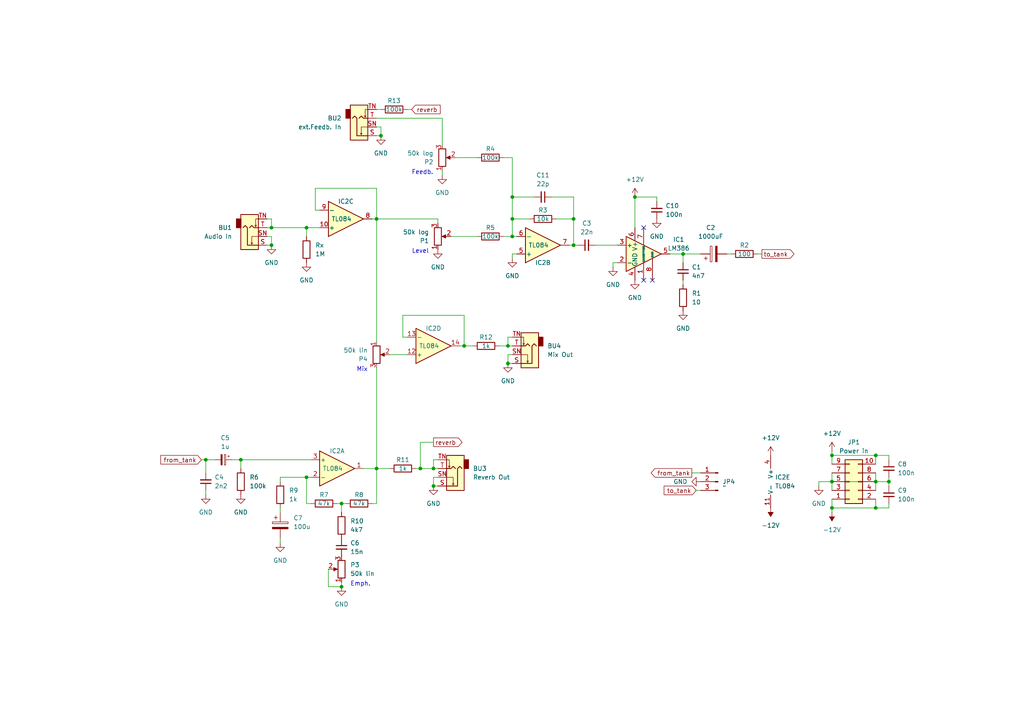
<source format=kicad_sch>
(kicad_sch (version 20231120) (generator "eeschema") (generator_version "8.0")
  (paper "A4")
  (title_block (title "A-199 SPRV") (date "2023-10-23") (company "Doepfer") (comment 1 "traced by Sandelinos (https://sandelinos.me)"))
  (lib_symbols
    (symbol "Amplifier_Audio:LM386" (pin_names (offset 0.127))
      (property "Reference" "U" (at 1.27 7.62 0))
      (property "Value" "LM386" (at 1.27 5.08 0))
      (symbol "LM386_0_1"
        (polyline (pts (xy 5.08 0) (xy -5.08 5.08) (xy -5.08 -5.08) (xy 5.08 0)) (stroke (width 0.254)) (fill (type background)))
      )
      (symbol "LM386_1_1"
        (pin input line (at 0 -7.62 90) (length 5.08) (name "GAIN") (number "1"))
        (pin input line (at -7.62 -2.54 0) (length 2.54) (name "-") (number "2"))
        (pin input line (at -7.62 2.54 0) (length 2.54) (name "+") (number "3"))
        (pin power_in line (at -2.54 -7.62 90) (length 3.81) (name "GND") (number "4"))
        (pin output line (at 7.62 0 180) (length 2.54) (name "~") (number "5"))
        (pin power_in line (at -2.54 7.62 270) (length 3.81) (name "V+") (number "6"))
        (pin input line (at 0 7.62 270) (length 5.08) (name "BYPASS") (number "7"))
        (pin input line (at 2.54 -7.62 90) (length 6.35) (name "GAIN") (number "8"))
      )
    )
    (symbol "Amplifier_Operational:TL084" (pin_names (offset 0.127))
      (property "Reference" "U" (at 0 5.08 0))
      (property "Value" "TL084" (at 0 -5.08 0))
      (symbol "TL084_1_1"
        (polyline (pts (xy -5.08 5.08) (xy 5.08 0) (xy -5.08 -5.08) (xy -5.08 5.08)) (stroke (width 0.254)) (fill (type background)))
        (pin output line (at 7.62 0 180) (length 2.54) (name "~") (number "1"))
        (pin input line (at -7.62 -2.54 0) (length 2.54) (name "-") (number "2"))
        (pin input line (at -7.62 2.54 0) (length 2.54) (name "+") (number "3"))
      )
      (symbol "TL084_2_1"
        (polyline (pts (xy -5.08 5.08) (xy 5.08 0) (xy -5.08 -5.08) (xy -5.08 5.08)) (stroke (width 0.254)) (fill (type background)))
        (pin input line (at -7.62 2.54 0) (length 2.54) (name "+") (number "5"))
        (pin input line (at -7.62 -2.54 0) (length 2.54) (name "-") (number "6"))
        (pin output line (at 7.62 0 180) (length 2.54) (name "~") (number "7"))
      )
      (symbol "TL084_3_1"
        (polyline (pts (xy -5.08 5.08) (xy 5.08 0) (xy -5.08 -5.08) (xy -5.08 5.08)) (stroke (width 0.254)) (fill (type background)))
        (pin input line (at -7.62 2.54 0) (length 2.54) (name "+") (number "10"))
        (pin output line (at 7.62 0 180) (length 2.54) (name "~") (number "8"))
        (pin input line (at -7.62 -2.54 0) (length 2.54) (name "-") (number "9"))
      )
      (symbol "TL084_4_1"
        (polyline (pts (xy -5.08 5.08) (xy 5.08 0) (xy -5.08 -5.08) (xy -5.08 5.08)) (stroke (width 0.254)) (fill (type background)))
        (pin input line (at -7.62 2.54 0) (length 2.54) (name "+") (number "12"))
        (pin input line (at -7.62 -2.54 0) (length 2.54) (name "-") (number "13"))
        (pin output line (at 7.62 0 180) (length 2.54) (name "~") (number "14"))
      )
      (symbol "TL084_5_1"
        (pin power_in line (at -2.54 -7.62 90) (length 3.81) (name "V-") (number "11"))
        (pin power_in line (at -2.54 7.62 270) (length 3.81) (name "V+") (number "4"))
      )
    )
    (symbol "Connector:Conn_01x03_Pin" (pin_names (offset 1.016) hide)
      (property "Reference" "J" (at 0 5.08 0))
      (property "Value" "Conn_01x03_Pin" (at 0 -5.08 0))
      (symbol "Conn_01x03_Pin_1_1"
        (polyline (pts (xy 1.27 -2.54) (xy 0.8636 -2.54)) (stroke (width 0.1524)))
        (polyline (pts (xy 1.27 0) (xy 0.8636 0)) (stroke (width 0.1524)))
        (polyline (pts (xy 1.27 2.54) (xy 0.8636 2.54)) (stroke (width 0.1524)))
        (rectangle (start 0.8636 -2.413) (end 0 -2.667) (stroke (width 0.1524)) (fill (type outline)))
        (rectangle (start 0.8636 0.127) (end 0 -0.127) (stroke (width 0.1524)) (fill (type outline)))
        (rectangle (start 0.8636 2.667) (end 0 2.413) (stroke (width 0.1524)) (fill (type outline)))
        (pin passive line (at 5.08 2.54 180) (length 3.81) (name "Pin_1") (number "1"))
        (pin passive line (at 5.08 0 180) (length 3.81) (name "Pin_2") (number "2"))
        (pin passive line (at 5.08 -2.54 180) (length 3.81) (name "Pin_3") (number "3"))
      )
    )
    (symbol "Connector_Audio:AudioJack2_Switch"
      (property "Reference" "J" (at 0 11.43 0))
      (property "Value" "AudioJack2_Switch" (at 0 8.89 0))
      (symbol "AudioJack2_Switch_0_1"
        (rectangle (start -2.54 0) (end -3.81 -2.54) (stroke (width 0.254)) (fill (type outline)))
        (rectangle (start 2.54 6.35) (end -2.54 -3.81) (stroke (width 0.254)) (fill (type background)))
      )
      (symbol "AudioJack2_Switch_1_1"
        (polyline (pts (xy 0.635 4.826) (xy 0.889 4.318)))
        (polyline (pts (xy 1.778 -0.254) (xy 2.032 -0.762)))
        (polyline (pts (xy 0 0) (xy 0.635 -0.635) (xy 1.27 0) (xy 2.54 0)) (stroke (width 0.254)))
        (polyline (pts (xy 2.54 -2.54) (xy 1.778 -2.54) (xy 1.778 -0.254) (xy 1.524 -0.762)))
        (polyline (pts (xy 2.54 2.54) (xy 0.635 2.54) (xy 0.635 4.826) (xy 0.381 4.318)))
        (polyline (pts (xy 2.54 5.08) (xy -0.635 5.08) (xy -0.635 0) (xy -1.27 -0.635) (xy -1.905 0)) (stroke (width 0.254)))
        (pin passive line (at 5.08 5.08 180) (length 2.54) (name "~") (number "S"))
        (pin passive line (at 5.08 2.54 180) (length 2.54) (name "~") (number "SN"))
        (pin passive line (at 5.08 0 180) (length 2.54) (name "~") (number "T"))
        (pin passive line (at 5.08 -2.54 180) (length 2.54) (name "~") (number "TN"))
      )
    )
    (symbol "Connector_Generic:Conn_02x05_Odd_Even" (pin_names (offset 1.016) hide)
      (property "Reference" "J" (at 1.27 7.62 0))
      (property "Value" "Conn_02x05_Odd_Even" (at 1.27 -7.62 0))
      (symbol "Conn_02x05_Odd_Even_1_1"
        (rectangle (start -1.27 -4.953) (end 0 -5.207) (stroke (width 0.1524)))
        (rectangle (start -1.27 -2.413) (end 0 -2.667) (stroke (width 0.1524)))
        (rectangle (start -1.27 0.127) (end 0 -0.127) (stroke (width 0.1524)))
        (rectangle (start -1.27 2.667) (end 0 2.413) (stroke (width 0.1524)))
        (rectangle (start -1.27 5.207) (end 0 4.953) (stroke (width 0.1524)))
        (rectangle (start -1.27 6.35) (end 3.81 -6.35) (stroke (width 0.254)) (fill (type background)))
        (rectangle (start 3.81 -4.953) (end 2.54 -5.207) (stroke (width 0.1524)))
        (rectangle (start 3.81 -2.413) (end 2.54 -2.667) (stroke (width 0.1524)))
        (rectangle (start 3.81 0.127) (end 2.54 -0.127) (stroke (width 0.1524)))
        (rectangle (start 3.81 2.667) (end 2.54 2.413) (stroke (width 0.1524)))
        (rectangle (start 3.81 5.207) (end 2.54 4.953) (stroke (width 0.1524)))
        (pin passive line (at -5.08 5.08 0) (length 3.81) (name "Pin_1") (number "1"))
        (pin passive line (at 7.62 -5.08 180) (length 3.81) (name "Pin_10") (number "10"))
        (pin passive line (at 7.62 5.08 180) (length 3.81) (name "Pin_2") (number "2"))
        (pin passive line (at -5.08 2.54 0) (length 3.81) (name "Pin_3") (number "3"))
        (pin passive line (at 7.62 2.54 180) (length 3.81) (name "Pin_4") (number "4"))
        (pin passive line (at -5.08 0 0) (length 3.81) (name "Pin_5") (number "5"))
        (pin passive line (at 7.62 0 180) (length 3.81) (name "Pin_6") (number "6"))
        (pin passive line (at -5.08 -2.54 0) (length 3.81) (name "Pin_7") (number "7"))
        (pin passive line (at 7.62 -2.54 180) (length 3.81) (name "Pin_8") (number "8"))
        (pin passive line (at -5.08 -5.08 0) (length 3.81) (name "Pin_9") (number "9"))
      )
    )
    (symbol "Device:C_Polarized" (pin_numbers hide) (pin_names (offset 0.254))
      (property "Reference" "C" (at 0.635 2.54 0))
      (property "Value" "C_Polarized" (at 0.635 -2.54 0))
      (symbol "C_Polarized_0_1"
        (rectangle (start -2.286 0.508) (end 2.286 1.016))
        (polyline (pts (xy -1.778 2.286) (xy -0.762 2.286)))
        (polyline (pts (xy -1.27 2.794) (xy -1.27 1.778)))
        (rectangle (start 2.286 -0.508) (end -2.286 -1.016) (fill (type outline)))
      )
      (symbol "C_Polarized_1_1"
        (pin passive line (at 0 3.81 270) (length 2.794) (name "~") (number "1"))
        (pin passive line (at 0 -3.81 90) (length 2.794) (name "~") (number "2"))
      )
    )
    (symbol "Device:C_Polarized_Small" (pin_numbers hide) (pin_names (offset 0.254) hide)
      (property "Reference" "C" (at 0.254 1.778 0))
      (property "Value" "C_Polarized_Small" (at 0.254 -2.032 0))
      (symbol "C_Polarized_Small_0_1"
        (rectangle (start -1.524 -0.3048) (end 1.524 -0.6858) (fill (type outline)))
        (rectangle (start -1.524 0.6858) (end 1.524 0.3048))
        (polyline (pts (xy -1.27 1.524) (xy -0.762 1.524)))
        (polyline (pts (xy -1.016 1.27) (xy -1.016 1.778)))
      )
      (symbol "C_Polarized_Small_1_1"
        (pin passive line (at 0 2.54 270) (length 1.8542) (name "~") (number "1"))
        (pin passive line (at 0 -2.54 90) (length 1.8542) (name "~") (number "2"))
      )
    )
    (symbol "Device:C_Small" (pin_numbers hide) (pin_names (offset 0.254) hide)
      (property "Reference" "C" (at 0.254 1.778 0))
      (property "Value" "C_Small" (at 0.254 -2.032 0))
      (symbol "C_Small_0_1"
        (polyline (pts (xy -1.524 -0.508) (xy 1.524 -0.508)) (stroke (width 0.3302)))
        (polyline (pts (xy -1.524 0.508) (xy 1.524 0.508)) (stroke (width 0.3048)))
      )
      (symbol "C_Small_1_1"
        (pin passive line (at 0 2.54 270) (length 2.032) (name "~") (number "1"))
        (pin passive line (at 0 -2.54 90) (length 2.032) (name "~") (number "2"))
      )
    )
    (symbol "Device:R" (pin_numbers hide) (pin_names (offset 0))
      (property "Reference" "R" (at 2.032 0 90))
      (property "Value" "R" (at 0 0 90))
      (symbol "R_0_1"
        (rectangle (start -1.016 -2.54) (end 1.016 2.54) (stroke (width 0.254)))
      )
      (symbol "R_1_1"
        (pin passive line (at 0 3.81 270) (length 1.27) (name "~") (number "1"))
        (pin passive line (at 0 -3.81 90) (length 1.27) (name "~") (number "2"))
      )
    )
    (symbol "Device:R_Potentiometer" (pin_names (offset 1.016) hide)
      (property "Reference" "RV" (at -4.445 0 90))
      (property "Value" "R_Potentiometer" (at -2.54 0 90))
      (symbol "R_Potentiometer_0_1"
        (polyline (pts (xy 2.54 0) (xy 1.524 0)))
        (polyline (pts (xy 1.143 0) (xy 2.286 0.508) (xy 2.286 -0.508) (xy 1.143 0)) (fill (type outline)))
        (rectangle (start 1.016 2.54) (end -1.016 -2.54) (stroke (width 0.254)))
      )
      (symbol "R_Potentiometer_1_1"
        (pin passive line (at 0 3.81 270) (length 1.27) (name "1") (number "1"))
        (pin passive line (at 3.81 0 180) (length 1.27) (name "2") (number "2"))
        (pin passive line (at 0 -3.81 90) (length 1.27) (name "3") (number "3"))
      )
    )
    (symbol "power:+12V" (power) (pin_names (offset 0))
      (property "Value" "+12V" (at 0 3.556 0))
      (symbol "+12V_0_1"
        (polyline (pts (xy -0.762 1.27) (xy 0 2.54)))
        (polyline (pts (xy 0 0) (xy 0 2.54)))
        (polyline (pts (xy 0 2.54) (xy 0.762 1.27)))
      )
      (symbol "+12V_1_1"
        (pin power_in line (at 0 0 90) (length 0) hide (name "+12V") (number "1"))
      )
    )
    (symbol "power:-12V" (power) (pin_names (offset 0))
      (property "Value" "-12V" (at 0 3.81 0))
      (symbol "-12V_0_0"
        (pin power_in line (at 0 0 90) (length 0) hide (name "-12V") (number "1"))
      )
      (symbol "-12V_0_1"
        (polyline (pts (xy 0 0) (xy 0 1.27) (xy 0.762 1.27) (xy 0 2.54) (xy -0.762 1.27) (xy 0 1.27)) (fill (type outline)))
      )
    )
    (symbol "power:GND" (power) (pin_names (offset 0))
      (property "Value" "GND" (at 0 -3.81 0))
      (symbol "GND_0_1"
        (polyline (pts (xy 0 0) (xy 0 -1.27) (xy 1.27 -1.27) (xy 0 -2.54) (xy -1.27 -1.27) (xy 0 -1.27)))
      )
      (symbol "GND_1_1"
        (pin power_in line (at 0 0 270) (length 0) hide (name "GND") (number "1"))
      )
    )
  )
  (junction (at 109.22 63.5))
  (junction (at 147.32 105.41))
  (junction (at 148.59 63.5))
  (junction (at 166.37 63.5))
  (junction (at 241.3 139.7))
  (junction (at 125.73 135.89))
  (junction (at 257.81 139.7))
  (junction (at 59.69 133.35))
  (junction (at 109.22 135.89))
  (junction (at 147.32 100.33))
  (junction (at 78.74 66.04))
  (junction (at 198.12 73.66))
  (junction (at 99.06 170.18))
  (junction (at 241.3 132.08))
  (junction (at 99.06 146.05))
  (junction (at 254 139.7))
  (junction (at 166.37 71.12))
  (junction (at 254 147.32))
  (junction (at 88.9 66.04))
  (junction (at 125.73 140.97))
  (junction (at 148.59 68.58))
  (junction (at 78.74 71.12))
  (junction (at 69.85 133.35))
  (junction (at 148.59 57.15))
  (junction (at 184.15 57.15))
  (junction (at 241.3 147.32))
  (junction (at 254 132.08))
  (junction (at 88.9 138.43))
  (junction (at 110.49 39.37))
  (junction (at 121.92 135.89))
  (junction (at 134.62 100.33))
  (no_connect (at 189.23 81.28))
  (no_connect (at 186.69 81.28))
  (no_connect (at 186.69 66.04))
  (wire (pts (xy 165.1 71.12) (xy 166.37 71.12)))
  (wire (pts (xy 118.11 97.79) (xy 116.84 97.79)))
  (wire (pts (xy 78.74 63.5) (xy 78.74 66.04)))
  (wire (pts (xy 59.69 133.35) (xy 59.69 137.16)))
  (wire (pts (xy 121.92 128.27) (xy 125.73 128.27)))
  (wire (pts (xy 241.3 144.78) (xy 241.3 147.32)))
  (wire (pts (xy 120.65 135.89) (xy 121.92 135.89)))
  (wire (pts (xy 69.85 133.35) (xy 90.17 133.35)))
  (wire (pts (xy 190.5 57.15) (xy 184.15 57.15)))
  (wire (pts (xy 59.69 133.35) (xy 62.23 133.35)))
  (wire (pts (xy 109.22 63.5) (xy 109.22 99.06)))
  (wire (pts (xy 121.92 135.89) (xy 125.73 135.89)))
  (wire (pts (xy 237.49 139.7) (xy 237.49 140.97)))
  (wire (pts (xy 128.27 34.29) (xy 128.27 41.91)))
  (wire (pts (xy 154.94 57.15) (xy 148.59 57.15)))
  (wire (pts (xy 109.22 135.89) (xy 105.41 135.89)))
  (wire (pts (xy 81.28 147.32) (xy 81.28 148.59)))
  (wire (pts (xy 121.92 135.89) (xy 121.92 128.27)))
  (wire (pts (xy 110.49 39.37) (xy 109.22 39.37)))
  (wire (pts (xy 210.82 73.66) (xy 212.09 73.66)))
  (wire (pts (xy 177.8 77.47) (xy 177.8 76.2)))
  (wire (pts (xy 201.93 142.24) (xy 203.2 142.24)))
  (wire (pts (xy 220.98 73.66) (xy 219.71 73.66)))
  (wire (pts (xy 81.28 156.21) (xy 81.28 157.48)))
  (wire (pts (xy 88.9 138.43) (xy 90.17 138.43)))
  (wire (pts (xy 194.31 73.66) (xy 198.12 73.66)))
  (wire (pts (xy 88.9 66.04) (xy 88.9 68.58)))
  (wire (pts (xy 241.3 132.08) (xy 254 132.08)))
  (wire (pts (xy 148.59 45.72) (xy 148.59 57.15)))
  (wire (pts (xy 241.3 147.32) (xy 254 147.32)))
  (wire (pts (xy 160.02 57.15) (xy 166.37 57.15)))
  (wire (pts (xy 110.49 36.83) (xy 110.49 39.37)))
  (wire (pts (xy 166.37 71.12) (xy 167.64 71.12)))
  (wire (pts (xy 147.32 97.79) (xy 147.32 100.33)))
  (wire (pts (xy 257.81 139.7) (xy 257.81 140.97)))
  (wire (pts (xy 92.71 60.96) (xy 91.44 60.96)))
  (wire (pts (xy 97.79 146.05) (xy 99.06 146.05)))
  (wire (pts (xy 127 133.35) (xy 125.73 133.35)))
  (wire (pts (xy 257.81 132.08) (xy 257.81 133.35)))
  (wire (pts (xy 257.81 147.32) (xy 254 147.32)))
  (wire (pts (xy 78.74 66.04) (xy 77.47 66.04)))
  (wire (pts (xy 125.73 140.97) (xy 127 140.97)))
  (wire (pts (xy 198.12 81.28) (xy 198.12 82.55)))
  (wire (pts (xy 146.05 45.72) (xy 148.59 45.72)))
  (wire (pts (xy 78.74 71.12) (xy 77.47 71.12)))
  (wire (pts (xy 148.59 63.5) (xy 148.59 68.58)))
  (wire (pts (xy 237.49 139.7) (xy 241.3 139.7)))
  (wire (pts (xy 254 137.16) (xy 254 139.7)))
  (wire (pts (xy 67.31 133.35) (xy 69.85 133.35)))
  (wire (pts (xy 254 139.7) (xy 254 142.24)))
  (wire (pts (xy 109.22 34.29) (xy 128.27 34.29)))
  (wire (pts (xy 113.03 102.87) (xy 118.11 102.87)))
  (wire (pts (xy 109.22 63.5) (xy 127 63.5)))
  (wire (pts (xy 200.66 137.16) (xy 203.2 137.16)))
  (wire (pts (xy 125.73 133.35) (xy 125.73 135.89)))
  (wire (pts (xy 146.05 68.58) (xy 148.59 68.58)))
  (wire (pts (xy 128.27 49.53) (xy 128.27 50.8)))
  (wire (pts (xy 198.12 73.66) (xy 198.12 76.2)))
  (wire (pts (xy 58.42 133.35) (xy 59.69 133.35)))
  (wire (pts (xy 78.74 68.58) (xy 78.74 71.12)))
  (wire (pts (xy 77.47 63.5) (xy 78.74 63.5)))
  (wire (pts (xy 166.37 63.5) (xy 166.37 71.12)))
  (wire (pts (xy 109.22 106.68) (xy 109.22 135.89)))
  (wire (pts (xy 190.5 57.15) (xy 190.5 58.42)))
  (wire (pts (xy 116.84 97.79) (xy 116.84 91.44)))
  (wire (pts (xy 91.44 54.61) (xy 109.22 54.61)))
  (wire (pts (xy 130.81 68.58) (xy 138.43 68.58)))
  (wire (pts (xy 257.81 139.7) (xy 254 139.7)))
  (wire (pts (xy 147.32 102.87) (xy 147.32 105.41)))
  (wire (pts (xy 81.28 138.43) (xy 88.9 138.43)))
  (wire (pts (xy 161.29 63.5) (xy 166.37 63.5)))
  (wire (pts (xy 107.95 146.05) (xy 109.22 146.05)))
  (wire (pts (xy 148.59 97.79) (xy 147.32 97.79)))
  (wire (pts (xy 166.37 57.15) (xy 166.37 63.5)))
  (wire (pts (xy 118.11 31.75) (xy 119.38 31.75)))
  (wire (pts (xy 177.8 76.2) (xy 179.07 76.2)))
  (wire (pts (xy 241.3 139.7) (xy 254 139.7)))
  (wire (pts (xy 107.95 63.5) (xy 109.22 63.5)))
  (wire (pts (xy 127 138.43) (xy 125.73 138.43)))
  (wire (pts (xy 125.73 135.89) (xy 127 135.89)))
  (wire (pts (xy 198.12 73.66) (xy 203.2 73.66)))
  (wire (pts (xy 95.25 170.18) (xy 95.25 165.1)))
  (wire (pts (xy 257.81 146.05) (xy 257.81 147.32)))
  (wire (pts (xy 99.06 170.18) (xy 95.25 170.18)))
  (wire (pts (xy 88.9 138.43) (xy 88.9 146.05)))
  (wire (pts (xy 148.59 74.93) (xy 148.59 73.66)))
  (wire (pts (xy 241.3 130.81) (xy 241.3 132.08)))
  (wire (pts (xy 109.22 135.89) (xy 113.03 135.89)))
  (wire (pts (xy 88.9 146.05) (xy 90.17 146.05)))
  (wire (pts (xy 81.28 139.7) (xy 81.28 138.43)))
  (wire (pts (xy 147.32 100.33) (xy 148.59 100.33)))
  (wire (pts (xy 127 63.5) (xy 127 64.77)))
  (wire (pts (xy 77.47 68.58) (xy 78.74 68.58)))
  (wire (pts (xy 69.85 133.35) (xy 69.85 135.89)))
  (wire (pts (xy 184.15 57.15) (xy 184.15 66.04)))
  (wire (pts (xy 254 132.08) (xy 254 134.62)))
  (wire (pts (xy 254 147.32) (xy 254 144.78)))
  (wire (pts (xy 109.22 54.61) (xy 109.22 63.5)))
  (wire (pts (xy 148.59 57.15) (xy 148.59 63.5)))
  (wire (pts (xy 99.06 146.05) (xy 100.33 146.05)))
  (wire (pts (xy 148.59 63.5) (xy 153.67 63.5)))
  (wire (pts (xy 257.81 138.43) (xy 257.81 139.7)))
  (wire (pts (xy 99.06 168.91) (xy 99.06 170.18)))
  (wire (pts (xy 78.74 66.04) (xy 88.9 66.04)))
  (wire (pts (xy 91.44 60.96) (xy 91.44 54.61)))
  (wire (pts (xy 109.22 31.75) (xy 110.49 31.75)))
  (wire (pts (xy 125.73 138.43) (xy 125.73 140.97)))
  (wire (pts (xy 109.22 36.83) (xy 110.49 36.83)))
  (wire (pts (xy 59.69 143.51) (xy 59.69 142.24)))
  (wire (pts (xy 134.62 100.33) (xy 137.16 100.33)))
  (wire (pts (xy 172.72 71.12) (xy 179.07 71.12)))
  (wire (pts (xy 109.22 146.05) (xy 109.22 135.89)))
  (wire (pts (xy 148.59 68.58) (xy 149.86 68.58)))
  (wire (pts (xy 257.81 132.08) (xy 254 132.08)))
  (wire (pts (xy 147.32 105.41) (xy 148.59 105.41)))
  (wire (pts (xy 148.59 73.66) (xy 149.86 73.66)))
  (wire (pts (xy 116.84 91.44) (xy 134.62 91.44)))
  (wire (pts (xy 144.78 100.33) (xy 147.32 100.33)))
  (wire (pts (xy 132.08 45.72) (xy 138.43 45.72)))
  (wire (pts (xy 241.3 139.7) (xy 241.3 142.24)))
  (wire (pts (xy 134.62 91.44) (xy 134.62 100.33)))
  (wire (pts (xy 134.62 100.33) (xy 133.35 100.33)))
  (wire (pts (xy 148.59 102.87) (xy 147.32 102.87)))
  (wire (pts (xy 241.3 147.32) (xy 241.3 148.59)))
  (wire (pts (xy 241.3 134.62) (xy 241.3 132.08)))
  (wire (pts (xy 241.3 137.16) (xy 241.3 139.7)))
  (wire (pts (xy 99.06 146.05) (xy 99.06 148.59)))
  (wire (pts (xy 88.9 66.04) (xy 92.71 66.04)))
  (text "Feedb." (at 125.73 50.8 0) (effects (font (size 1.27 1.27)) (justify right bottom)))
  (text "Level" (at 124.46 73.66 0) (effects (font (size 1.27 1.27)) (justify right bottom)))
  (text "Emph." (at 101.6 170.18 0) (effects (font (size 1.27 1.27)) (justify left bottom)))
  (text "Mix" (at 106.68 107.95 0) (effects (font (size 1.27 1.27)) (justify right bottom)))
  (global_label "reverb" (shape input) (at 119.38 31.75 0) (property "Intersheetrefs" "${INTERSHEET_REFS}" (effects (hide yes))))
  (global_label "to_tank" (shape input) (at 201.93 142.24 180) (property "Intersheetrefs" "${INTERSHEET_REFS}" (effects (hide yes))))
  (global_label "from_tank" (shape output) (at 200.66 137.16 180) (property "Intersheetrefs" "${INTERSHEET_REFS}" (effects (hide yes))))
  (global_label "reverb" (shape output) (at 125.73 128.27 0) (property "Intersheetrefs" "${INTERSHEET_REFS}" (effects (hide yes))))
  (global_label "to_tank" (shape output) (at 220.98 73.66 0) (property "Intersheetrefs" "${INTERSHEET_REFS}" (effects (hide yes))))
  (global_label "from_tank" (shape input) (at 58.42 133.35 180) (property "Intersheetrefs" "${INTERSHEET_REFS}" (effects (hide yes))))
  (symbol (lib_id "Device:R") (at 142.24 68.58 90) (unit 1)
    (property "Reference" "R5" (at 142.24 66.04 90))
    (property "Value" "100k" (at 142.24 68.58 90))
  )
  (symbol (lib_id "Device:C_Small") (at 157.48 57.15 270) (unit 1)
    (property "Reference" "C11" (at 157.4736 50.8 90))
    (property "Value" "22p" (at 157.4736 53.34 90))
  )
  (symbol (lib_id "power:+12V") (at 184.15 57.15 0) (unit 1)
    (property "Reference" "#PWR07" (effects (hide yes)))
    (property "Value" "+12V" (at 184.15 52.07 0))
  )
  (symbol (lib_id "Device:R_Potentiometer") (at 128.27 45.72 0) (mirror x) (unit 1)
    (property "Reference" "P2" (at 125.73 46.99 0) (effects (justify right)))
    (property "Value" "50k log" (at 125.73 44.45 0) (effects (justify right)))
  )
  (symbol (lib_id "Device:C_Small") (at 170.18 71.12 90) (unit 1)
    (property "Reference" "C3" (at 170.1863 64.77 90))
    (property "Value" "22n" (at 170.1863 67.31 90))
  )
  (symbol (lib_id "power:GND") (at 177.8 77.47 0) (unit 1)
    (property "Reference" "#PWR09" (effects (hide yes)))
    (property "Value" "GND" (at 177.8 82.55 0))
  )
  (symbol (lib_id "Device:C_Polarized_Small") (at 64.77 133.35 270) (unit 1)
    (property "Reference" "C5" (at 65.3161 127 90))
    (property "Value" "1u" (at 65.3161 129.54 90))
  )
  (symbol (lib_id "power:GND") (at 184.15 81.28 0) (unit 1)
    (property "Reference" "#PWR01" (effects (hide yes)))
    (property "Value" "GND" (at 184.15 86.36 0))
  )
  (symbol (lib_id "power:GND") (at 198.12 90.17 0) (unit 1)
    (property "Reference" "#PWR017" (effects (hide yes)))
    (property "Value" "GND" (at 198.12 95.25 0))
  )
  (symbol (lib_id "Device:R") (at 81.28 143.51 180) (unit 1)
    (property "Reference" "R9" (at 83.82 142.24 0) (effects (justify right)))
    (property "Value" "1k" (at 83.82 144.78 0) (effects (justify right)))
  )
  (symbol (lib_id "Device:C_Small") (at 257.81 143.51 0) (unit 1)
    (property "Reference" "C9" (at 260.35 142.2463 0) (effects (justify left)))
    (property "Value" "100n" (at 260.35 144.7863 0) (effects (justify left)))
  )
  (symbol (lib_id "Device:R") (at 69.85 139.7 0) (unit 1)
    (property "Reference" "R6" (at 72.39 138.43 0) (effects (justify left)))
    (property "Value" "100k" (at 72.39 140.97 0) (effects (justify left)))
  )
  (symbol (lib_id "power:GND") (at 69.85 143.51 0) (unit 1)
    (property "Reference" "#PWR020" (effects (hide yes)))
    (property "Value" "GND" (at 69.85 148.59 0))
  )
  (symbol (lib_id "Amplifier_Operational:TL084") (at 97.79 135.89 0) (unit 1)
    (property "Reference" "IC2" (at 97.79 130.81 0))
    (property "Value" "TL084" (at 96.52 135.89 0))
    (property "Datasheet" "http://www.ti.com/lit/ds/symlink/tl081.pdf" (effects (hide yes)))
  )
  (symbol (lib_id "Device:R_Potentiometer") (at 109.22 102.87 0) (unit 1)
    (property "Reference" "P4" (at 106.68 104.14 0) (effects (justify right)))
    (property "Value" "50k lin" (at 106.68 101.6 0) (effects (justify right)))
  )
  (symbol (lib_id "power:GND") (at 127 72.39 0) (unit 1)
    (property "Reference" "#PWR010" (effects (hide yes)))
    (property "Value" "GND" (at 127 77.47 0))
  )
  (symbol (lib_id "power:+12V") (at 223.52 132.08 0) (unit 1)
    (property "Reference" "#PWR04" (effects (hide yes)))
    (property "Value" "+12V" (at 223.52 127 0))
  )
  (symbol (lib_id "Device:C_Polarized") (at 81.28 152.4 0) (unit 1)
    (property "Reference" "C7" (at 85.09 150.241 0) (effects (justify left)))
    (property "Value" "100u" (at 85.09 152.781 0) (effects (justify left)))
  )
  (symbol (lib_id "power:GND") (at 237.49 140.97 0) (unit 1)
    (property "Reference" "#PWR02" (effects (hide yes)))
    (property "Value" "GND" (at 237.49 146.05 0))
  )
  (symbol (lib_id "power:GND") (at 110.49 39.37 0) (unit 1)
    (property "Reference" "#PWR013" (effects (hide yes)))
    (property "Value" "GND" (at 110.49 44.45 0))
  )
  (symbol (lib_id "power:GND") (at 59.69 143.51 0) (unit 1)
    (property "Reference" "#PWR019" (effects (hide yes)))
    (property "Value" "GND" (at 59.69 148.59 0))
  )
  (symbol (lib_id "Device:R") (at 93.98 146.05 270) (unit 1)
    (property "Reference" "R7" (at 93.98 143.51 90))
    (property "Value" "47k" (at 93.98 146.05 90))
  )
  (symbol (lib_id "power:GND") (at 125.73 140.97 0) (unit 1)
    (property "Reference" "#PWR012" (effects (hide yes)))
    (property "Value" "GND" (at 125.73 146.05 0))
  )
  (symbol (lib_id "Connector_Audio:AudioJack2_Switch") (at 132.08 135.89 180) (unit 1)
    (property "Reference" "BU3" (at 137.16 135.89 0) (effects (justify right)))
    (property "Value" "Reverb Out" (at 137.16 138.43 0) (effects (justify right)))
  )
  (symbol (lib_id "Device:R") (at 140.97 100.33 90) (unit 1)
    (property "Reference" "R12" (at 140.97 97.79 90))
    (property "Value" "1k" (at 140.97 100.33 90))
  )
  (symbol (lib_id "Device:R") (at 114.3 31.75 90) (unit 1)
    (property "Reference" "R13" (at 114.3 29.21 90))
    (property "Value" "100k" (at 114.3 31.75 90))
  )
  (symbol (lib_id "Amplifier_Audio:LM386") (at 186.69 73.66 0) (unit 1)
    (property "Reference" "IC1" (at 196.85 69.4691 0))
    (property "Value" "LM386" (at 196.85 72.0091 0))
    (property "Datasheet" "http://www.ti.com/lit/ds/symlink/lm386.pdf" (effects (hide yes)))
  )
  (symbol (lib_id "power:-12V") (at 241.3 148.59 180) (unit 1)
    (property "Reference" "#PWR06" (effects (hide yes)))
    (property "Value" "-12V" (at 241.3 153.67 0))
  )
  (symbol (lib_id "power:GND") (at 128.27 50.8 0) (unit 1)
    (property "Reference" "#PWR011" (effects (hide yes)))
    (property "Value" "GND" (at 128.27 55.88 0))
  )
  (symbol (lib_id "power:GND") (at 203.2 139.7 270) (unit 1)
    (property "Reference" "#PWR018" (effects (hide yes)))
    (property "Value" "GND" (at 199.39 139.7 90) (effects (justify right)))
  )
  (symbol (lib_id "power:+12V") (at 241.3 130.81 0) (unit 1)
    (property "Reference" "#PWR03" (effects (hide yes)))
    (property "Value" "+12V" (at 241.3 125.73 0))
  )
  (symbol (lib_id "Amplifier_Operational:TL084") (at 125.73 100.33 0) (mirror x) (unit 4)
    (property "Reference" "IC2" (at 125.73 95.25 0))
    (property "Value" "TL084" (at 124.46 100.33 0))
    (property "Datasheet" "http://www.ti.com/lit/ds/symlink/tl081.pdf" (effects (hide yes)))
  )
  (symbol (lib_id "Device:C_Small") (at 59.69 139.7 180) (unit 1)
    (property "Reference" "C4" (at 62.23 138.4236 0) (effects (justify right)))
    (property "Value" "2n2" (at 62.23 140.9636 0) (effects (justify right)))
  )
  (symbol (lib_id "Device:R") (at 99.06 152.4 0) (unit 1)
    (property "Reference" "R10" (at 101.6 151.13 0) (effects (justify left)))
    (property "Value" "4k7" (at 101.6 153.67 0) (effects (justify left)))
  )
  (symbol (lib_id "Device:C_Small") (at 99.06 158.75 0) (unit 1)
    (property "Reference" "C6" (at 101.6 157.4863 0) (effects (justify left)))
    (property "Value" "15n" (at 101.6 160.0263 0) (effects (justify left)))
  )
  (symbol (lib_id "Device:R") (at 104.14 146.05 270) (unit 1)
    (property "Reference" "R8" (at 104.14 143.51 90))
    (property "Value" "47k" (at 104.14 146.05 90))
  )
  (symbol (lib_id "Device:R") (at 116.84 135.89 90) (unit 1)
    (property "Reference" "R11" (at 116.84 133.35 90))
    (property "Value" "1k" (at 116.84 135.89 90))
  )
  (symbol (lib_id "power:GND") (at 81.28 157.48 0) (unit 1)
    (property "Reference" "#PWR021" (effects (hide yes)))
    (property "Value" "GND" (at 81.28 162.56 0))
  )
  (symbol (lib_id "Device:C_Small") (at 198.12 78.74 0) (unit 1)
    (property "Reference" "C1" (at 200.66 77.4763 0) (effects (justify left)))
    (property "Value" "4n7" (at 200.66 80.0163 0) (effects (justify left)))
  )
  (symbol (lib_id "power:GND") (at 78.74 71.12 0) (unit 1)
    (property "Reference" "#PWR014" (effects (hide yes)))
    (property "Value" "GND" (at 78.74 76.2 0))
  )
  (symbol (lib_id "Connector_Audio:AudioJack2_Switch") (at 72.39 66.04 0) (mirror x) (unit 1)
    (property "Reference" "BU1" (at 67.31 66.04 0) (effects (justify right)))
    (property "Value" "Audio In" (at 67.31 68.58 0) (effects (justify right)))
  )
  (symbol (lib_id "Device:R") (at 142.24 45.72 90) (unit 1)
    (property "Reference" "R4" (at 142.24 43.18 90))
    (property "Value" "100k" (at 142.24 45.72 90))
  )
  (symbol (lib_id "Device:R") (at 157.48 63.5 90) (unit 1)
    (property "Reference" "R3" (at 157.48 60.96 90))
    (property "Value" "10k" (at 157.48 63.5 90))
  )
  (symbol (lib_id "power:GND") (at 147.32 105.41 0) (unit 1)
    (property "Reference" "#PWR016" (effects (hide yes)))
    (property "Value" "GND" (at 147.32 110.49 0))
  )
  (symbol (lib_id "Amplifier_Operational:TL084") (at 100.33 63.5 0) (mirror x) (unit 3)
    (property "Reference" "IC2" (at 100.33 58.42 0))
    (property "Value" "TL084" (at 99.06 63.5 0))
    (property "Datasheet" "http://www.ti.com/lit/ds/symlink/tl081.pdf" (effects (hide yes)))
  )
  (symbol (lib_id "Device:R_Potentiometer") (at 99.06 165.1 180) (unit 1)
    (property "Reference" "P3" (at 101.6 163.83 0) (effects (justify right)))
    (property "Value" "50k lin" (at 101.6 166.37 0) (effects (justify right)))
  )
  (symbol (lib_id "Device:R") (at 215.9 73.66 90) (unit 1)
    (property "Reference" "R2" (at 215.9 71.12 90))
    (property "Value" "100" (at 215.9 73.66 90))
  )
  (symbol (lib_id "Device:C_Small") (at 257.81 135.89 0) (unit 1)
    (property "Reference" "C8" (at 260.35 134.6263 0) (effects (justify left)))
    (property "Value" "100n" (at 260.35 137.1663 0) (effects (justify left)))
  )
  (symbol (lib_id "Device:R_Potentiometer") (at 127 68.58 0) (mirror x) (unit 1)
    (property "Reference" "P1" (at 124.46 69.85 0) (effects (justify right)))
    (property "Value" "50k log" (at 124.46 67.31 0) (effects (justify right)))
  )
  (symbol (lib_id "Connector:Conn_01x03_Pin") (at 208.28 139.7 0) (mirror y) (unit 1)
    (property "Reference" "JP4" (at 209.55 139.7 0) (effects (justify right)))
    (property "Value" "~" (at 209.55 140.97 0) (effects (justify right)))
  )
  (symbol (lib_id "Amplifier_Operational:TL084") (at 226.06 139.7 0) (unit 5)
    (property "Reference" "IC2" (at 224.79 138.43 0) (effects (justify left)))
    (property "Value" "TL084" (at 224.79 140.97 0) (effects (justify left)))
    (property "Datasheet" "http://www.ti.com/lit/ds/symlink/tl081.pdf" (effects (hide yes)))
  )
  (symbol (lib_id "Device:C_Small") (at 190.5 60.96 180) (unit 1)
    (property "Reference" "C10" (at 193.04 59.6836 0) (effects (justify right)))
    (property "Value" "100n" (at 193.04 62.2236 0) (effects (justify right)))
  )
  (symbol (lib_id "power:GND") (at 88.9 76.2 0) (unit 1)
    (property "Reference" "#PWR023" (effects (hide yes)))
    (property "Value" "GND" (at 88.9 81.28 0))
  )
  (symbol (lib_id "Device:R") (at 198.12 86.36 180) (unit 1)
    (property "Reference" "R1" (at 200.66 85.09 0) (effects (justify right)))
    (property "Value" "10" (at 200.66 87.63 0) (effects (justify right)))
  )
  (symbol (lib_id "Connector_Generic:Conn_02x05_Odd_Even") (at 246.38 139.7 0) (mirror x) (unit 1)
    (property "Reference" "JP1" (at 247.65 128.27 0))
    (property "Value" "Power in" (at 247.65 130.81 0))
    (property "Description" "Generic connector, double row, 02x05, odd/even pin numbering scheme (row 1 odd numbers, row 2 even numbers), script generated (kicad-library-utils/schlib/autogen/connector/)" (effects (hide yes)))
  )
  (symbol (lib_id "power:-12V") (at 223.52 147.32 180) (unit 1)
    (property "Reference" "#PWR05" (effects (hide yes)))
    (property "Value" "-12V" (at 223.52 152.4 0))
  )
  (symbol (lib_id "power:GND") (at 148.59 74.93 0) (unit 1)
    (property "Reference" "#PWR015" (effects (hide yes)))
    (property "Value" "GND" (at 148.59 80.01 0))
  )
  (symbol (lib_id "Amplifier_Operational:TL084") (at 157.48 71.12 0) (mirror x) (unit 2)
    (property "Reference" "IC2" (at 157.48 76.2 0))
    (property "Value" "TL084" (at 156.21 71.12 0))
    (property "Datasheet" "http://www.ti.com/lit/ds/symlink/tl081.pdf" (effects (hide yes)))
  )
  (symbol (lib_id "Connector_Audio:AudioJack2_Switch") (at 104.14 34.29 0) (mirror x) (unit 1)
    (property "Reference" "BU2" (at 99.06 34.29 0) (effects (justify right)))
    (property "Value" "ext.Feedb. In" (at 99.06 36.83 0) (effects (justify right)))
  )
  (symbol (lib_id "power:GND") (at 190.5 63.5 0) (unit 1)
    (property "Reference" "#PWR08" (effects (hide yes)))
    (property "Value" "GND" (at 190.5 68.58 0))
  )
  (symbol (lib_id "Connector_Audio:AudioJack2_Switch") (at 153.67 100.33 180) (unit 1)
    (property "Reference" "BU4" (at 158.75 100.33 0) (effects (justify right)))
    (property "Value" "Mix Out" (at 158.75 102.87 0) (effects (justify right)))
  )
  (symbol (lib_id "power:GND") (at 99.06 170.18 0) (unit 1)
    (property "Reference" "#PWR022" (effects (hide yes)))
    (property "Value" "GND" (at 99.06 175.26 0))
  )
  (symbol (lib_id "Device:R") (at 88.9 72.39 0) (unit 1)
    (property "Reference" "Rx" (at 91.44 71.12 0) (effects (justify left)))
    (property "Value" "1M" (at 91.44 73.66 0) (effects (justify left)))
  )
  (symbol (lib_id "Device:C_Polarized") (at 207.01 73.66 90) (unit 1)
    (property "Reference" "C2" (at 206.121 66.04 90))
    (property "Value" "1000uF" (at 206.121 68.58 90))
  )
)
</source>
